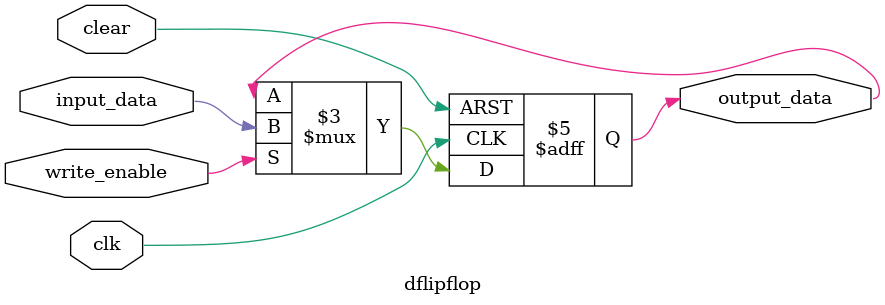
<source format=v>
module dflipflop(input_data, clear, write_enable, clk, output_data);

	input input_data, clear, clk, write_enable;
	
	output output_data;
	reg output_data;
	
	always @(posedge clk or posedge clear) begin
		if(clear) begin
			output_data = 1'b0;
		end else if(write_enable) begin
			output_data = input_data;
		end
	end
	
endmodule

</source>
